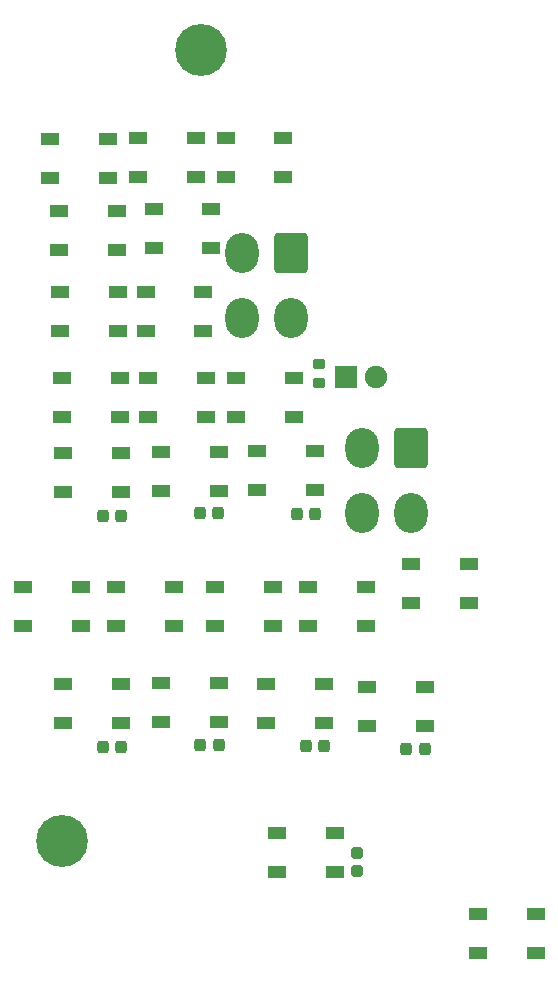
<source format=gbr>
%TF.GenerationSoftware,KiCad,Pcbnew,(6.0.9)*%
%TF.CreationDate,2023-04-01T14:25:18-08:00*%
%TF.ProjectId,LDG WING FOLD PLACARD,4c444720-5749-44e4-9720-464f4c442050,3*%
%TF.SameCoordinates,Original*%
%TF.FileFunction,Soldermask,Top*%
%TF.FilePolarity,Negative*%
%FSLAX46Y46*%
G04 Gerber Fmt 4.6, Leading zero omitted, Abs format (unit mm)*
G04 Created by KiCad (PCBNEW (6.0.9)) date 2023-04-01 14:25:18*
%MOMM*%
%LPD*%
G01*
G04 APERTURE LIST*
G04 Aperture macros list*
%AMRoundRect*
0 Rectangle with rounded corners*
0 $1 Rounding radius*
0 $2 $3 $4 $5 $6 $7 $8 $9 X,Y pos of 4 corners*
0 Add a 4 corners polygon primitive as box body*
4,1,4,$2,$3,$4,$5,$6,$7,$8,$9,$2,$3,0*
0 Add four circle primitives for the rounded corners*
1,1,$1+$1,$2,$3*
1,1,$1+$1,$4,$5*
1,1,$1+$1,$6,$7*
1,1,$1+$1,$8,$9*
0 Add four rect primitives between the rounded corners*
20,1,$1+$1,$2,$3,$4,$5,0*
20,1,$1+$1,$4,$5,$6,$7,0*
20,1,$1+$1,$6,$7,$8,$9,0*
20,1,$1+$1,$8,$9,$2,$3,0*%
G04 Aperture macros list end*
%ADD10C,4.400000*%
%ADD11RoundRect,0.275000X-0.225000X-0.250000X0.225000X-0.250000X0.225000X0.250000X-0.225000X0.250000X0*%
%ADD12RoundRect,0.275000X-0.250000X0.225000X-0.250000X-0.225000X0.250000X-0.225000X0.250000X0.225000X0*%
%ADD13RoundRect,0.050000X-0.750000X-0.450000X0.750000X-0.450000X0.750000X0.450000X-0.750000X0.450000X0*%
%ADD14RoundRect,0.250000X0.275000X-0.200000X0.275000X0.200000X-0.275000X0.200000X-0.275000X-0.200000X0*%
%ADD15C,1.900000*%
%ADD16RoundRect,0.050000X-0.900000X-0.900000X0.900000X-0.900000X0.900000X0.900000X-0.900000X0.900000X0*%
%ADD17O,2.800000X3.400000*%
%ADD18RoundRect,0.300001X1.099999X1.399999X-1.099999X1.399999X-1.099999X-1.399999X1.099999X-1.399999X0*%
G04 APERTURE END LIST*
D10*
%TO.C,REF\u002A\u002A*%
X152291948Y-95977061D03*
%TD*%
%TO.C,REF\u002A\u002A*%
X164039448Y-28984561D03*
%TD*%
D11*
%TO.C,C2*%
X155762500Y-88000000D03*
X157312500Y-88000000D03*
%TD*%
%TO.C,C3*%
X155762500Y-68450000D03*
X157312500Y-68450000D03*
%TD*%
%TO.C,C4*%
X163997500Y-68190000D03*
X165547500Y-68190000D03*
%TD*%
%TO.C,C5*%
X173757500Y-68300000D03*
X172207500Y-68300000D03*
%TD*%
%TO.C,C6*%
X164007500Y-87880000D03*
X165557500Y-87880000D03*
%TD*%
%TO.C,C7*%
X172927500Y-87960000D03*
X174477500Y-87960000D03*
%TD*%
D12*
%TO.C,C8*%
X177300000Y-97015000D03*
X177300000Y-98565000D03*
%TD*%
D11*
%TO.C,C9*%
X181447500Y-88200000D03*
X182997500Y-88200000D03*
%TD*%
D13*
%TO.C,D2*%
X151300000Y-36525000D03*
X151300000Y-39825000D03*
X156200000Y-39825000D03*
X156200000Y-36525000D03*
%TD*%
%TO.C,D3*%
X158750000Y-36500000D03*
X158750000Y-39800000D03*
X163650000Y-39800000D03*
X163650000Y-36500000D03*
%TD*%
%TO.C,D4*%
X166150000Y-36500000D03*
X166150000Y-39800000D03*
X171050000Y-39800000D03*
X171050000Y-36500000D03*
%TD*%
%TO.C,D5*%
X152025000Y-42625000D03*
X152025000Y-45925000D03*
X156925000Y-45925000D03*
X156925000Y-42625000D03*
%TD*%
%TO.C,D6*%
X160050000Y-42450000D03*
X160050000Y-45750000D03*
X164950000Y-45750000D03*
X164950000Y-42450000D03*
%TD*%
%TO.C,D7*%
X152100000Y-49525000D03*
X152100000Y-52825000D03*
X157000000Y-52825000D03*
X157000000Y-49525000D03*
%TD*%
%TO.C,D8*%
X159375000Y-49500000D03*
X159375000Y-52800000D03*
X164275000Y-52800000D03*
X164275000Y-49500000D03*
%TD*%
%TO.C,D9*%
X152300000Y-56800000D03*
X152300000Y-60100000D03*
X157200000Y-60100000D03*
X157200000Y-56800000D03*
%TD*%
%TO.C,D10*%
X159575000Y-56800000D03*
X159575000Y-60100000D03*
X164475000Y-60100000D03*
X164475000Y-56800000D03*
%TD*%
%TO.C,D11*%
X167000000Y-56800000D03*
X167000000Y-60100000D03*
X171900000Y-60100000D03*
X171900000Y-56800000D03*
%TD*%
%TO.C,D12*%
X152425000Y-63150000D03*
X152425000Y-66450000D03*
X157325000Y-66450000D03*
X157325000Y-63150000D03*
%TD*%
D14*
%TO.C,R1*%
X174030000Y-57232500D03*
X174030000Y-55582500D03*
%TD*%
D13*
%TO.C,D13*%
X160650000Y-63050000D03*
X160650000Y-66350000D03*
X165550000Y-66350000D03*
X165550000Y-63050000D03*
%TD*%
%TO.C,D14*%
X168850000Y-63000000D03*
X168850000Y-66300000D03*
X173750000Y-66300000D03*
X173750000Y-63000000D03*
%TD*%
%TO.C,D15*%
X148975000Y-74500000D03*
X148975000Y-77800000D03*
X153875000Y-77800000D03*
X153875000Y-74500000D03*
%TD*%
%TO.C,D16*%
X156900000Y-74475000D03*
X156900000Y-77775000D03*
X161800000Y-77775000D03*
X161800000Y-74475000D03*
%TD*%
%TO.C,D17*%
X165250000Y-74500000D03*
X165250000Y-77800000D03*
X170150000Y-77800000D03*
X170150000Y-74500000D03*
%TD*%
%TO.C,D18*%
X173150000Y-74525000D03*
X173150000Y-77825000D03*
X178050000Y-77825000D03*
X178050000Y-74525000D03*
%TD*%
%TO.C,D19*%
X181825000Y-72550000D03*
X181825000Y-75850000D03*
X186725000Y-75850000D03*
X186725000Y-72550000D03*
%TD*%
%TO.C,D20*%
X152425000Y-82725000D03*
X152425000Y-86025000D03*
X157325000Y-86025000D03*
X157325000Y-82725000D03*
%TD*%
%TO.C,D21*%
X160675000Y-82650000D03*
X160675000Y-85950000D03*
X165575000Y-85950000D03*
X165575000Y-82650000D03*
%TD*%
%TO.C,D22*%
X169600000Y-82725000D03*
X169600000Y-86025000D03*
X174500000Y-86025000D03*
X174500000Y-82725000D03*
%TD*%
%TO.C,D25*%
X187500000Y-102150000D03*
X187500000Y-105450000D03*
X192400000Y-105450000D03*
X192400000Y-102150000D03*
%TD*%
%TO.C,D23*%
X178125000Y-82975000D03*
X178125000Y-86275000D03*
X183025000Y-86275000D03*
X183025000Y-82975000D03*
%TD*%
%TO.C,D24*%
X170525000Y-95300000D03*
X170525000Y-98600000D03*
X175425000Y-98600000D03*
X175425000Y-95300000D03*
%TD*%
D15*
%TO.C,D1*%
X178865000Y-56700000D03*
D16*
X176325000Y-56700000D03*
%TD*%
D17*
%TO.C,J1*%
X167504000Y-51728000D03*
X171704000Y-51728000D03*
X167504000Y-46228000D03*
D18*
X171704000Y-46228000D03*
%TD*%
%TO.C,J2*%
X181864000Y-62738000D03*
D17*
X177664000Y-62738000D03*
X181864000Y-68238000D03*
X177664000Y-68238000D03*
%TD*%
M02*

</source>
